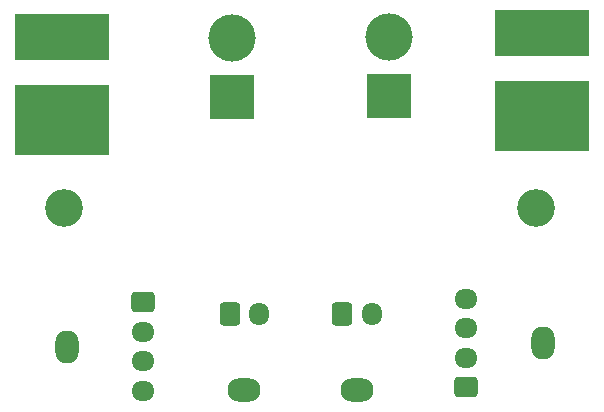
<source format=gbr>
%TF.GenerationSoftware,KiCad,Pcbnew,8.0.2*%
%TF.CreationDate,2024-06-04T11:42:55+09:00*%
%TF.ProjectId,RoboMaster branch circuit substrate,526f626f-4d61-4737-9465-72206272616e,rev?*%
%TF.SameCoordinates,Original*%
%TF.FileFunction,Soldermask,Top*%
%TF.FilePolarity,Negative*%
%FSLAX46Y46*%
G04 Gerber Fmt 4.6, Leading zero omitted, Abs format (unit mm)*
G04 Created by KiCad (PCBNEW 8.0.2) date 2024-06-04 11:42:55*
%MOMM*%
%LPD*%
G01*
G04 APERTURE LIST*
G04 Aperture macros list*
%AMRoundRect*
0 Rectangle with rounded corners*
0 $1 Rounding radius*
0 $2 $3 $4 $5 $6 $7 $8 $9 X,Y pos of 4 corners*
0 Add a 4 corners polygon primitive as box body*
4,1,4,$2,$3,$4,$5,$6,$7,$8,$9,$2,$3,0*
0 Add four circle primitives for the rounded corners*
1,1,$1+$1,$2,$3*
1,1,$1+$1,$4,$5*
1,1,$1+$1,$6,$7*
1,1,$1+$1,$8,$9*
0 Add four rect primitives between the rounded corners*
20,1,$1+$1,$2,$3,$4,$5,0*
20,1,$1+$1,$4,$5,$6,$7,0*
20,1,$1+$1,$6,$7,$8,$9,0*
20,1,$1+$1,$8,$9,$2,$3,0*%
G04 Aperture macros list end*
%ADD10R,8.000000X6.000000*%
%ADD11R,8.000000X4.000000*%
%ADD12O,2.000000X2.800000*%
%ADD13RoundRect,0.250000X-0.725000X0.600000X-0.725000X-0.600000X0.725000X-0.600000X0.725000X0.600000X0*%
%ADD14O,1.950000X1.700000*%
%ADD15O,2.800000X2.000000*%
%ADD16RoundRect,0.250000X-0.600000X-0.725000X0.600000X-0.725000X0.600000X0.725000X-0.600000X0.725000X0*%
%ADD17O,1.700000X1.950000*%
%ADD18R,3.800000X3.800000*%
%ADD19C,4.000000*%
%ADD20C,3.200000*%
%ADD21RoundRect,0.250000X0.725000X-0.600000X0.725000X0.600000X-0.725000X0.600000X-0.725000X-0.600000X0*%
G04 APERTURE END LIST*
D10*
%TO.C,J11*%
X80410000Y-62580000D03*
D11*
X80410000Y-55580000D03*
%TD*%
D12*
%TO.C,J1*%
X80830000Y-81780000D03*
D13*
X87330000Y-78030000D03*
D14*
X87330000Y-80530000D03*
X87330000Y-83030000D03*
X87330000Y-85530000D03*
%TD*%
D15*
%TO.C,J3*%
X95880000Y-85480000D03*
D16*
X94630000Y-78980000D03*
D17*
X97130000Y-78980000D03*
%TD*%
D15*
%TO.C,J4*%
X105430000Y-85480000D03*
D16*
X104180000Y-78980000D03*
D17*
X106680000Y-78980000D03*
%TD*%
D18*
%TO.C,J14*%
X108100000Y-60560000D03*
D19*
X108100000Y-55560000D03*
%TD*%
D18*
%TO.C,J13*%
X94840000Y-60670000D03*
D19*
X94840000Y-55670000D03*
%TD*%
D20*
%TO.C,H2*%
X120600000Y-70000000D03*
%TD*%
D10*
%TO.C,J12*%
X121110000Y-62230000D03*
D11*
X121110000Y-55230000D03*
%TD*%
D12*
%TO.C,J2*%
X121130000Y-81480000D03*
D21*
X114630000Y-85230000D03*
D14*
X114630000Y-82730000D03*
X114630000Y-80230000D03*
X114630000Y-77730000D03*
%TD*%
D20*
%TO.C,H1*%
X80600000Y-70000000D03*
%TD*%
M02*

</source>
